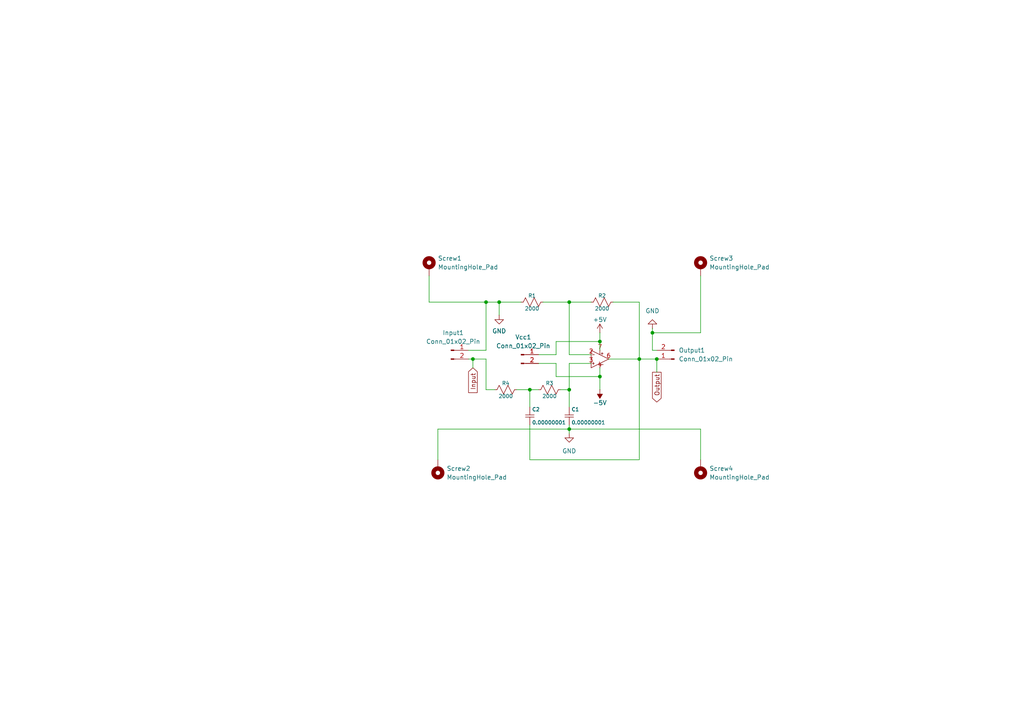
<source format=kicad_sch>
(kicad_sch (version 20250114) (generator "eeschema") (generator_version "9.0")
  (paper "A4")
  (lib_symbols
    (symbol "Conn_01x02_Pin_1" (pin_names (offset 1.016) (hide yes))
      (property "Reference" "J" (at 0 2.54 0))
      (property "Value" "Conn_01x02_Pin" (at 0 -5.08 0))
      (symbol "Conn_01x02_Pin_1_1_1"
        (rectangle (start 0.8636 0.127) (end 0 -0.127) (stroke (width 0.1524)) (fill (type outline)))
        (rectangle (start 0.8636 -2.413) (end 0 -2.667) (stroke (width 0.1524)) (fill (type outline)))
        (polyline (pts (xy 1.27 0) (xy 0.8636 0)) (stroke (width 0.1524)))
        (polyline (pts (xy 1.27 -2.54) (xy 0.8636 -2.54)) (stroke (width 0.1524)))
        (pin passive line (at 5.08 0 180) (length 3.81) (name "Pin_1") (number "1"))
        (pin passive line (at 5.08 -2.54 180) (length 3.81) (name "Pin_2") (number "2"))
      )
    )
    (symbol "Connector:Conn_01x02_Pin" (pin_names (offset 1.016) (hide yes))
      (property "Reference" "Input" (at 0.635 5.08 0))
      (property "Value" "Conn_01x02_Pin" (at 0.635 2.54 0))
      (symbol "Conn_01x02_Pin_1_1"
        (rectangle (start 0.8636 0.127) (end 0 -0.127) (stroke (width 0.1524)) (fill (type outline)))
        (rectangle (start 0.8636 -2.413) (end 0 -2.667) (stroke (width 0.1524)) (fill (type outline)))
        (polyline (pts (xy 1.27 0) (xy 0.8636 0)) (stroke (width 0.1524)))
        (polyline (pts (xy 1.27 -2.54) (xy 0.8636 -2.54)) (stroke (width 0.1524)))
        (pin passive line (at 5.08 0 180) (length 3.81) (name "GND") (number "1"))
        (pin passive line (at 5.08 -2.54 180) (length 3.81) (name "Input") (number "2"))
      )
    )
    (symbol "Mechanical:MountingHole_Pad" (pin_numbers (hide yes)) (pin_names (offset 1.016) (hide yes)) (in_bom no)
      (property "Reference" "H" (at 0 6.35 0))
      (property "Value" "MountingHole_Pad" (at 0 4.445 0))
      (symbol "MountingHole_Pad_0_1"
        (circle (center 0 1.27) (radius 1.27) (stroke (width 1.27)))
      )
      (symbol "MountingHole_Pad_1_1"
        (pin input line (at 0 -2.54 90) (length 2.54) (name "1") (number "1"))
      )
    )
    (symbol "MountingHole_Pad_1" (pin_names (offset 1.016) (hide yes))
      (property "Reference" "Input" (at 0.635 5.08 0))
      (property "Value" "Conn_01x02_Pin" (at 0.635 2.54 0))
      (symbol "MountingHole_Pad_1_1_1"
        (rectangle (start 0.8636 0.127) (end 0 -0.127) (stroke (width 0.1524)) (fill (type outline)))
        (rectangle (start 0.8636 -2.413) (end 0 -2.667) (stroke (width 0.1524)) (fill (type outline)))
        (polyline (pts (xy 1.27 0) (xy 0.8636 0)) (stroke (width 0.1524)))
        (polyline (pts (xy 1.27 -2.54) (xy 0.8636 -2.54)) (stroke (width 0.1524)))
        (pin passive line (at 5.08 0 180) (length 3.81) (name "GND") (number "1"))
        (pin passive line (at 5.08 -2.54 180) (length 3.81) (name "Input") (number "2"))
      )
    )
    (symbol "ltspice:OpAmps/LT6238"
      (symbol "OpAmps/LT6238_0_0"
        (polyline (pts (xy -2.54 -2.54) (xy -2.54 2.54)) (stroke (width 0.1524)))
        (polyline (pts (xy -1.905 -0.9652) (xy -1.905 -1.6002)) (stroke (width 0.1524)))
        (polyline (pts (xy -1.6002 1.27) (xy -2.2352 1.27)) (stroke (width 0.1524)))
        (polyline (pts (xy -1.6002 -1.27) (xy -2.2352 -1.27)) (stroke (width 0.1524)))
        (polyline (pts (xy 0 1.27) (xy 0 2.54)) (stroke (width 0.1524)))
        (polyline (pts (xy 0 -1.27) (xy 0 -2.54)) (stroke (width 0.1524)))
        (polyline (pts (xy 0.635 1.27) (xy 0.635 1.905)) (stroke (width 0.1524)))
        (polyline (pts (xy 0.9652 1.6002) (xy 0.3302 1.6002)) (stroke (width 0.1524)))
        (polyline (pts (xy 0.9652 -1.6002) (xy 0.3302 -1.6002)) (stroke (width 0.1524)))
        (polyline (pts (xy 2.54 0) (xy -2.54 2.54)) (stroke (width 0.1524)))
        (polyline (pts (xy 2.54 0) (xy -2.54 -2.54)) (stroke (width 0.1524)))
        (pin passive line (at 0 -2.54 0) (length 0.0005) (name "VEE") (number "4"))
      )
      (symbol "OpAmps/LT6238_1_0"
        (pin passive line (at -2.54 1.27 0) (length 0.0005) (name "IN-") (number "2"))
        (pin passive line (at -2.54 -1.27 0) (length 0.0005) (name "IN+") (number "3"))
        (pin passive line (at 0 2.54 0) (length 0.0005) (name "VCC") (number "7"))
        (pin passive line (at 2.54 0 0) (length 0.0005) (name "OUT") (number "6"))
      )
    )
    (symbol "ltspice:cap" (pin_numbers (hide yes))
      (symbol "cap_0_0"
        (polyline (pts (xy 1.27 0) (xy 1.27 -2.2352)) (stroke (width 0.1524)))
        (polyline (pts (xy 1.27 -5.08) (xy 1.27 -2.8702)) (stroke (width 0.1524)))
        (polyline (pts (xy 2.54 -2.2352) (xy 0 -2.2352)) (stroke (width 0.1524)))
        (polyline (pts (xy 2.54 -2.8702) (xy 0 -2.8702)) (stroke (width 0.1524)))
        (pin passive line (at 1.27 0 0) (length 0.0005) (name "") (number "1"))
        (pin passive line (at 1.27 -5.08 0) (length 0.0005) (name "") (number "2"))
      )
    )
    (symbol "ltspice:res" (pin_numbers (hide yes))
      (symbol "res_0_0"
        (polyline (pts (xy 0 -3.81) (xy 2.54 -2.54)) (stroke (width 0.1524)))
        (polyline (pts (xy 0 -6.35) (xy 2.54 -5.08)) (stroke (width 0.1524)))
        (polyline (pts (xy 1.27 -1.905) (xy 1.27 -1.27)) (stroke (width 0.1524)))
        (polyline (pts (xy 1.27 -6.985) (xy 0 -6.35)) (stroke (width 0.1524)))
        (polyline (pts (xy 1.27 -7.62) (xy 1.27 -6.985)) (stroke (width 0.1524)))
        (polyline (pts (xy 2.54 -2.54) (xy 1.27 -1.905)) (stroke (width 0.1524)))
        (polyline (pts (xy 2.54 -5.08) (xy 0 -3.81)) (stroke (width 0.1524)))
        (pin passive line (at 1.27 -1.27 0) (length 0.0005) (name "") (number "1"))
        (pin passive line (at 1.27 -7.62 0) (length 0.0005) (name "") (number "2"))
      )
    )
    (symbol "power:+5V" (power) (pin_numbers (hide yes)) (pin_names (offset 0) (hide yes))
      (property "Value" "+5V" (at 0 3.556 0))
      (symbol "+5V_0_1"
        (polyline (pts (xy -0.762 1.27) (xy 0 2.54)))
        (polyline (pts (xy 0 2.54) (xy 0.762 1.27)))
        (polyline (pts (xy 0 0) (xy 0 2.54)))
      )
      (symbol "+5V_1_1"
        (pin power_in line (at 0 0 90) (length 0) (name "~") (number "1"))
      )
    )
    (symbol "power:-5V" (power) (pin_numbers (hide yes)) (pin_names (offset 0) (hide yes))
      (property "Value" "-5V" (at 0 3.556 0))
      (symbol "-5V_0_0"
        (pin power_in line (at 0 0 90) (length 0) (name "~") (number "1"))
      )
      (symbol "-5V_0_1"
        (polyline (pts (xy 0 0) (xy 0 1.27) (xy 0.762 1.27) (xy 0 2.54) (xy -0.762 1.27) (xy 0 1.27)) (fill (type outline)))
      )
    )
    (symbol "power:GND" (power) (pin_numbers (hide yes)) (pin_names (offset 0) (hide yes))
      (property "Value" "GND" (at 0 -3.81 0))
      (symbol "GND_0_1"
        (polyline (pts (xy 0 0) (xy 0 -1.27) (xy 1.27 -1.27) (xy 0 -2.54) (xy -1.27 -1.27) (xy 0 -1.27)))
      )
      (symbol "GND_1_1"
        (pin power_in line (at 0 0 270) (length 0) (name "~") (number "1"))
      )
    )
  )
  (junction (at 173.99 99.06))
  (junction (at 144.78 87.63))
  (junction (at 153.67 113.03))
  (junction (at 165.1 113.03))
  (junction (at 190.5 104.14))
  (junction (at 185.42 104.14))
  (junction (at 137.16 104.14))
  (junction (at 165.1 124.46))
  (junction (at 140.97 87.63))
  (junction (at 173.99 109.22))
  (junction (at 165.1 87.63))
  (junction (at 189.23 96.52))
  (wire (pts (xy 185.42 87.63) (xy 185.42 104.14)) (stroke (width 0.1524)))
  (wire (pts (xy 140.97 104.14) (xy 140.97 113.03)))
  (wire (pts (xy 161.29 102.87) (xy 161.29 99.06)))
  (wire (pts (xy 203.2 96.52) (xy 189.23 96.52)))
  (wire (pts (xy 144.78 87.63) (xy 144.78 91.44)) (stroke (width 0.1524)))
  (wire (pts (xy 165.1 105.41) (xy 165.1 113.03)) (stroke (width 0.1524)))
  (wire (pts (xy 171.45 102.87) (xy 165.1 102.87)) (stroke (width 0.1524)))
  (wire (pts (xy 153.67 133.35) (xy 153.67 123.19)) (stroke (width 0.1524)))
  (wire (pts (xy 189.23 95.25) (xy 189.23 96.52)))
  (wire (pts (xy 151.13 87.63) (xy 144.78 87.63)) (stroke (width 0.1524)))
  (wire (pts (xy 203.2 80.01) (xy 203.2 96.52)))
  (wire (pts (xy 127 124.46) (xy 127 133.35)))
  (wire (pts (xy 156.21 105.41) (xy 161.29 105.41)))
  (wire (pts (xy 127 124.46) (xy 165.1 124.46)))
  (wire (pts (xy 165.1 123.19) (xy 165.1 124.46)))
  (wire (pts (xy 185.42 104.14) (xy 190.5 104.14)))
  (wire (pts (xy 190.5 104.14) (xy 190.5 107.95)))
  (wire (pts (xy 185.42 104.14) (xy 185.42 133.35)) (stroke (width 0.1524)))
  (wire (pts (xy 161.29 99.06) (xy 173.99 99.06)))
  (wire (pts (xy 137.16 101.6) (xy 140.97 101.6)) (stroke (width 0.1524)))
  (wire (pts (xy 137.16 104.14) (xy 140.97 104.14)))
  (wire (pts (xy 173.99 96.52) (xy 173.99 99.06)))
  (wire (pts (xy 153.67 118.11) (xy 153.67 113.03)) (stroke (width 0.1524)))
  (wire (pts (xy 165.1 124.46) (xy 203.2 124.46)))
  (wire (pts (xy 171.45 87.63) (xy 165.1 87.63)) (stroke (width 0.1524)))
  (wire (pts (xy 161.29 109.22) (xy 173.99 109.22)))
  (wire (pts (xy 165.1 113.03) (xy 162.56 113.03)) (stroke (width 0.1524)))
  (wire (pts (xy 140.97 113.03) (xy 143.51 113.03)))
  (wire (pts (xy 165.1 124.46) (xy 165.1 125.73)))
  (wire (pts (xy 165.1 118.11) (xy 165.1 113.03)) (stroke (width 0.1524)))
  (wire (pts (xy 165.1 102.87) (xy 165.1 87.63)) (stroke (width 0.1524)))
  (wire (pts (xy 144.78 87.63) (xy 140.97 87.63)) (stroke (width 0.1524)))
  (wire (pts (xy 156.21 113.03) (xy 153.67 113.03)) (stroke (width 0.1524)))
  (wire (pts (xy 161.29 105.41) (xy 161.29 109.22)))
  (wire (pts (xy 137.16 104.14) (xy 137.16 106.68)))
  (wire (pts (xy 176.53 104.14) (xy 185.42 104.14)))
  (wire (pts (xy 189.23 96.52) (xy 189.23 101.6)))
  (wire (pts (xy 203.2 124.46) (xy 203.2 133.35)))
  (wire (pts (xy 173.99 109.22) (xy 173.99 113.03)))
  (wire (pts (xy 185.42 87.63) (xy 177.8 87.63)) (stroke (width 0.1524)))
  (wire (pts (xy 124.46 87.63) (xy 140.97 87.63)))
  (wire (pts (xy 185.42 133.35) (xy 153.67 133.35)) (stroke (width 0.1524)))
  (wire (pts (xy 140.97 87.63) (xy 140.97 101.6)) (stroke (width 0.1524)))
  (wire (pts (xy 173.99 106.68) (xy 173.99 109.22)))
  (wire (pts (xy 157.48 87.63) (xy 165.1 87.63)) (stroke (width 0.1524)))
  (wire (pts (xy 135.89 104.14) (xy 137.16 104.14)))
  (wire (pts (xy 165.1 105.41) (xy 171.45 105.41)) (stroke (width 0.1524)))
  (wire (pts (xy 173.99 99.06) (xy 173.99 101.6)))
  (wire (pts (xy 124.46 80.01) (xy 124.46 87.63)))
  (wire (pts (xy 135.89 101.6) (xy 137.16 101.6)))
  (wire (pts (xy 156.21 102.87) (xy 161.29 102.87)))
  (wire (pts (xy 190.5 101.6) (xy 189.23 101.6)))
  (wire (pts (xy 153.67 113.03) (xy 149.86 113.03)) (stroke (width 0.1524)))
  (global_label "Input" (shape input) (at 137.16 106.68 270) (property "Intersheetrefs" "${INTERSHEET_REFS}" (effects (hide yes))))
  (global_label "Output" (shape output) (at 190.5 107.95 270) (property "Intersheetrefs" "${INTERSHEET_REFS}" (effects (hide yes))))
  (symbol (lib_id "Mechanical:MountingHole_Pad") (at 127 135.89 180) (unit 1) (in_bom no)
    (property "Reference" "Screw2" (at 129.54 135.8899 0) (effects (justify right)))
    (property "Value" "MountingHole_Pad" (at 129.54 138.4299 0) (effects (justify right)))
    (property "Footprint" "MountingHole:MountingHole_2.2mm_M2_DIN965_Pad_TopBottom" (effects (hide yes)))
    (property "Description" "Mounting Hole with connection" (effects (hide yes)))
  )
  (symbol (lib_id "Mechanical:MountingHole_Pad") (at 124.46 77.47 0) (unit 1) (in_bom no)
    (property "Reference" "Screw1" (at 127 74.9299 0) (effects (justify left)))
    (property "Value" "MountingHole_Pad" (at 127 77.4699 0) (effects (justify left)))
    (property "Footprint" "MountingHole:MountingHole_2.2mm_M2_DIN965_Pad_TopBottom" (effects (hide yes)))
    (property "Description" "Mounting Hole with connection" (effects (hide yes)))
  )
  (symbol (lib_id "ltspice:cap") (at 163.83 118.11 0) (unit 1)
    (property "Reference" "C1" (at 165.735 118.745 0) (effects (font (size 1.0668 1.0668)) (justify left)))
    (property "Value" "0.00000001" (at 165.735 122.555 0) (effects (font (size 1.0668 1.0668)) (justify left)))
    (property "Footprint" "Capacitor_THT:C_Disc_D7.5mm_W5.0mm_P5.00mm" (effects (hide yes)))
    (property "Sim.Device" "C" (effects (hide yes)))
    (property "Sim.Params" "C=${VALUE}" (effects (hide yes)))
  )
  (symbol (lib_name "MountingHole_Pad_1") (lib_id "Mechanical:MountingHole_Pad") (at 195.58 104.14 180) (unit 1) (in_bom no)
    (property "Reference" "Output1" (at 196.85 101.5999 0) (effects (justify right)))
    (property "Value" "Conn_01x02_Pin" (at 196.85 104.1399 0) (effects (justify right)))
    (property "Footprint" "Connector_PinHeader_2.00mm:PinHeader_1x02_P2.00mm_Vertical" (effects (hide yes)))
    (property "Description" "Generic connector, single row, 01x02, script generated" (effects (hide yes)))
  )
  (symbol (lib_name "Conn_01x02_Pin_1") (lib_id "Connector:Conn_01x02_Pin") (at 151.13 102.87 0) (unit 1)
    (property "Reference" "Vcc1" (at 151.765 97.79 0))
    (property "Value" "Conn_01x02_Pin" (at 151.765 100.33 0))
    (property "Footprint" "Connector_PinHeader_2.00mm:PinHeader_1x02_P2.00mm_Vertical" (effects (hide yes)))
    (property "Description" "Generic connector, single row, 01x02, script generated" (effects (hide yes)))
  )
  (symbol (lib_id "Connector:Conn_01x02_Pin") (at 130.81 101.6 0) (unit 1)
    (property "Reference" "Input1" (at 131.445 96.52 0))
    (property "Value" "Conn_01x02_Pin" (at 131.445 99.06 0))
    (property "Footprint" "Connector_PinHeader_2.00mm:PinHeader_1x02_P2.00mm_Vertical" (effects (hide yes)))
    (property "Description" "Generic connector, single row, 01x02, script generated" (effects (hide yes)))
  )
  (symbol (lib_id "power:GND") (at 165.1 125.73 0) (unit 1)
    (property "Reference" "#PWR04" (effects (hide yes)))
    (property "Value" "GND" (at 165.1 130.81 0))
    (property "Description" "Power symbol creates a global label with name \"GND\" , ground" (effects (hide yes)))
  )
  (symbol (lib_id "Mechanical:MountingHole_Pad") (at 203.2 77.47 0) (unit 1) (in_bom no)
    (property "Reference" "Screw3" (at 205.74 74.9299 0) (effects (justify left)))
    (property "Value" "MountingHole_Pad" (at 205.74 77.4699 0) (effects (justify left)))
    (property "Footprint" "MountingHole:MountingHole_2.2mm_M2_DIN965_Pad_TopBottom" (effects (hide yes)))
    (property "Description" "Mounting Hole with connection" (effects (hide yes)))
  )
  (symbol (lib_id "Mechanical:MountingHole_Pad") (at 203.2 135.89 180) (unit 1) (in_bom no)
    (property "Reference" "Screw4" (at 205.74 135.8899 0) (effects (justify right)))
    (property "Value" "MountingHole_Pad" (at 205.74 138.4299 0) (effects (justify right)))
    (property "Footprint" "MountingHole:MountingHole_2.2mm_M2_DIN965_Pad_TopBottom" (effects (hide yes)))
    (property "Description" "Mounting Hole with connection" (effects (hide yes)))
  )
  (symbol (lib_id "power:GND") (at 144.78 91.44 0) (unit 1)
    (property "Reference" "#PWR02" (effects (hide yes)))
    (property "Value" "GND" (at 144.78 96.012 0))
    (property "Description" "Power symbol creates a global label with name \"GND\" , ground" (effects (hide yes)))
  )
  (symbol (lib_id "power:GND") (at 189.23 95.25 180) (unit 1)
    (property "Reference" "#PWR01" (effects (hide yes)))
    (property "Value" "GND" (at 189.23 90.17 0))
    (property "Description" "Power symbol creates a global label with name \"GND\" , ground" (effects (hide yes)))
  )
  (symbol (lib_id "ltspice:OpAmps/LT6238") (at 173.99 104.14 0) (unit 1)
    (property "Reference" "uA741" (effects (hide yes)))
    (property "Value" "LT6238" (effects (hide yes)))
    (property "Footprint" "Package_DIP:DIP-8_W7.62mm" (effects (hide yes)))
    (property "Value2" "LT6237" (effects (hide yes)))
    (property "Sim.Device" "SUBCKT" (effects (hide yes)))
    (property "Sim.Params" "model=\"LT6238\"" (effects (hide yes)))
  )
  (symbol (lib_id "ltspice:res") (at 158.75 86.36 270) (unit 1)
    (property "Reference" "R1" (at 154.305 86.36 90) (effects (font (size 1.0668 1.0668)) (justify bottom)))
    (property "Value" "2000" (at 154.305 88.9 90) (effects (font (size 1.0668 1.0668)) (justify top)))
    (property "Footprint" "Resistor_THT:R_Axial_DIN0309_L9.0mm_D3.2mm_P12.70mm_Horizontal" (effects (hide yes)))
    (property "Sim.Device" "R" (effects (hide yes)))
    (property "Sim.Params" "R=${VALUE}" (effects (hide yes)))
  )
  (symbol (lib_id "ltspice:res") (at 151.13 111.76 270) (unit 1)
    (property "Reference" "R4" (at 146.685 111.76 90) (effects (font (size 1.0668 1.0668)) (justify bottom)))
    (property "Value" "2000" (at 146.685 114.3 90) (effects (font (size 1.0668 1.0668)) (justify top)))
    (property "Footprint" "Resistor_THT:R_Axial_DIN0309_L9.0mm_D3.2mm_P12.70mm_Horizontal" (effects (hide yes)))
    (property "Sim.Device" "R" (effects (hide yes)))
    (property "Sim.Params" "R=${VALUE}" (effects (hide yes)))
  )
  (symbol (lib_id "power:+5V") (at 173.99 96.52 0) (unit 1)
    (property "Reference" "#PWR03" (effects (hide yes)))
    (property "Value" "+5V" (at 173.99 92.71 0))
    (property "Description" "Power symbol creates a global label with name \"+5V\"" (effects (hide yes)))
  )
  (symbol (lib_id "ltspice:res") (at 163.83 111.76 270) (unit 1)
    (property "Reference" "R3" (at 159.385 111.76 90) (effects (font (size 1.0668 1.0668)) (justify bottom)))
    (property "Value" "2000" (at 159.385 114.3 90) (effects (font (size 1.0668 1.0668)) (justify top)))
    (property "Footprint" "Resistor_THT:R_Axial_DIN0309_L9.0mm_D3.2mm_P12.70mm_Horizontal" (effects (hide yes)))
    (property "Sim.Device" "R" (effects (hide yes)))
    (property "Sim.Params" "R=${VALUE}" (effects (hide yes)))
  )
  (symbol (lib_id "ltspice:res") (at 179.07 86.36 270) (unit 1)
    (property "Reference" "R2" (at 174.625 86.36 90) (effects (font (size 1.0668 1.0668)) (justify bottom)))
    (property "Value" "2000" (at 174.625 88.9 90) (effects (font (size 1.0668 1.0668)) (justify top)))
    (property "Footprint" "Resistor_THT:R_Axial_DIN0309_L9.0mm_D3.2mm_P12.70mm_Horizontal" (effects (hide yes)))
    (property "Sim.Device" "R" (effects (hide yes)))
    (property "Sim.Params" "R=${VALUE}" (effects (hide yes)))
  )
  (symbol (lib_id "ltspice:cap") (at 152.4 118.11 0) (unit 1)
    (property "Reference" "C2" (at 154.305 118.745 0) (effects (font (size 1.0668 1.0668)) (justify left)))
    (property "Value" "0.00000001" (at 154.305 122.555 0) (effects (font (size 1.0668 1.0668)) (justify left)))
    (property "Footprint" "Capacitor_THT:C_Disc_D7.5mm_W5.0mm_P5.00mm" (effects (hide yes)))
    (property "Sim.Device" "C" (effects (hide yes)))
    (property "Sim.Params" "C=${VALUE}" (effects (hide yes)))
  )
  (symbol (lib_id "power:-5V") (at 173.99 113.03 180) (unit 1)
    (property "Reference" "#PWR05" (effects (hide yes)))
    (property "Value" "-5V" (at 173.99 116.84 0))
    (property "Description" "Power symbol creates a global label with name \"-5V\"" (effects (hide yes)))
  )
)
</source>
